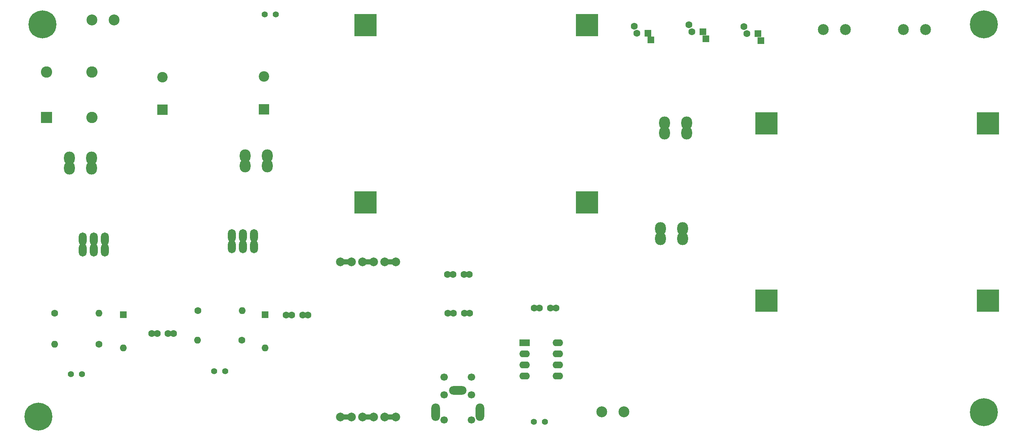
<source format=gbr>
%TF.GenerationSoftware,KiCad,Pcbnew,(6.0.11-0)*%
%TF.CreationDate,2023-02-08T21:31:18+08:00*%
%TF.ProjectId,EEEE2046_PCB_Template,45454545-3230-4343-965f-5043425f5465,rev?*%
%TF.SameCoordinates,Original*%
%TF.FileFunction,Soldermask,Bot*%
%TF.FilePolarity,Negative*%
%FSLAX46Y46*%
G04 Gerber Fmt 4.6, Leading zero omitted, Abs format (unit mm)*
G04 Created by KiCad (PCBNEW (6.0.11-0)) date 2023-02-08 21:31:18*
%MOMM*%
%LPD*%
G01*
G04 APERTURE LIST*
%ADD10R,2.540000X1.270000*%
%ADD11C,2.000000*%
%ADD12R,5.080000X5.080000*%
%ADD13C,0.800000*%
%ADD14C,6.400000*%
%ADD15C,1.600000*%
%ADD16O,1.600000X1.600000*%
%ADD17C,2.500000*%
%ADD18C,1.400000*%
%ADD19O,2.500000X3.000000*%
%ADD20R,2.400000X1.600000*%
%ADD21O,2.400000X1.600000*%
%ADD22R,1.600000X1.600000*%
%ADD23R,2.400000X2.400000*%
%ADD24C,2.400000*%
%ADD25O,1.800000X3.000000*%
%ADD26C,1.700000*%
%ADD27O,2.000000X4.000000*%
%ADD28O,4.000000X2.000000*%
%ADD29R,2.600000X2.600000*%
%ADD30C,2.600000*%
G04 APERTURE END LIST*
D10*
%TO.C,U15*%
X120180000Y-82120000D03*
D11*
X118910000Y-82120000D03*
X121450000Y-82120000D03*
X118910000Y-117680000D03*
X121450000Y-117680000D03*
D10*
X120180000Y-117680000D03*
D11*
X113830000Y-82120000D03*
D10*
X115100000Y-82120000D03*
D11*
X116370000Y-82120000D03*
X111290000Y-82120000D03*
X108750000Y-82120000D03*
D10*
X110020000Y-82120000D03*
D11*
X113830000Y-117680000D03*
D10*
X115100000Y-117680000D03*
D11*
X116370000Y-117680000D03*
D10*
X110020000Y-117680000D03*
D11*
X108750000Y-117680000D03*
X111290000Y-117680000D03*
%TD*%
D12*
%TO.C,U26*%
X114570000Y-27870000D03*
D11*
X115840000Y-26600000D03*
X115840000Y-29140000D03*
X113300000Y-29140000D03*
X113300000Y-26600000D03*
X113300000Y-69780000D03*
X113300000Y-67240000D03*
X115840000Y-67240000D03*
D12*
X114570000Y-68510000D03*
D11*
X115840000Y-69780000D03*
X166640000Y-26600000D03*
X164100000Y-29140000D03*
X164100000Y-26600000D03*
X166640000Y-29140000D03*
D12*
X165370000Y-27870000D03*
D11*
X164100000Y-67240000D03*
X166640000Y-67240000D03*
D12*
X165370000Y-68510000D03*
D11*
X166640000Y-69780000D03*
X164100000Y-69780000D03*
%TD*%
D13*
%TO.C,H2*%
X253922102Y-27722102D03*
X258019158Y-26025046D03*
X256322102Y-30122102D03*
D14*
X256322102Y-27722102D03*
D13*
X258722102Y-27722102D03*
X254625046Y-26025046D03*
X256322102Y-25322102D03*
X254625046Y-29419158D03*
X258019158Y-29419158D03*
%TD*%
D15*
%TO.C,U28*%
X53410200Y-101034600D03*
D16*
X43250200Y-101034600D03*
%TD*%
D17*
%TO.C,U45*%
X224600000Y-28850000D03*
X219520000Y-28850000D03*
%TD*%
%TO.C,U41*%
X168700000Y-116500000D03*
X173780000Y-116500000D03*
%TD*%
D18*
%TO.C,U3*%
X79820800Y-107232200D03*
X82360800Y-107232200D03*
%TD*%
D13*
%TO.C,H4*%
X256322102Y-114222102D03*
X256322102Y-119022102D03*
X254625046Y-114925046D03*
X253922102Y-116622102D03*
X258019158Y-114925046D03*
X254625046Y-118319158D03*
D14*
X256322102Y-116622102D03*
D13*
X258019158Y-118319158D03*
X258722102Y-116622102D03*
%TD*%
D19*
%TO.C,U33*%
X188200000Y-52586000D03*
X188200000Y-50300000D03*
X183120000Y-50300000D03*
X183120000Y-52586000D03*
%TD*%
D12*
%TO.C,U34*%
X257250000Y-91020000D03*
D11*
X255980000Y-51650000D03*
D12*
X257250000Y-50380000D03*
D11*
X258520000Y-51650000D03*
X258520000Y-49110000D03*
X255980000Y-89750000D03*
X258520000Y-89750000D03*
X258520000Y-92290000D03*
X255980000Y-92290000D03*
X255980000Y-49110000D03*
D12*
X206450000Y-50380000D03*
D11*
X207720000Y-51650000D03*
X205180000Y-51650000D03*
X207720000Y-49110000D03*
X205180000Y-49110000D03*
X207720000Y-89750000D03*
X207720000Y-92290000D03*
X205180000Y-89750000D03*
X205180000Y-92290000D03*
D12*
X206450000Y-91020000D03*
%TD*%
D14*
%TO.C,H3*%
X39500000Y-117600000D03*
D13*
X41197056Y-119297056D03*
X41900000Y-117600000D03*
X37100000Y-117600000D03*
X37802944Y-115902944D03*
X39500000Y-115200000D03*
X39500000Y-120000000D03*
X37802944Y-119297056D03*
X41197056Y-115902944D03*
%TD*%
D15*
%TO.C,U24*%
X76120000Y-93300000D03*
D16*
X86280000Y-93300000D03*
%TD*%
D20*
%TO.C,U5*%
X151000000Y-100700000D03*
D21*
X151000000Y-103240000D03*
X151000000Y-105780000D03*
X151000000Y-108320000D03*
X158620000Y-108320000D03*
X158620000Y-105780000D03*
X158620000Y-103240000D03*
X158620000Y-100700000D03*
%TD*%
D22*
%TO.C,U40*%
X204520708Y-29800000D03*
X205191645Y-31400000D03*
D15*
X202020708Y-29800000D03*
X201349771Y-28200000D03*
%TD*%
D23*
%TO.C,U11*%
X67945000Y-47292780D03*
D24*
X67945000Y-39792780D03*
%TD*%
D15*
%TO.C,U39*%
X138350000Y-85000000D03*
X137100000Y-85000000D03*
X133350000Y-85000000D03*
X134600000Y-85000000D03*
%TD*%
D19*
%TO.C,U31*%
X187240000Y-76835500D03*
X187240000Y-74549500D03*
X182160000Y-76835500D03*
X182160000Y-74549500D03*
%TD*%
D15*
%TO.C,U25*%
X43220000Y-93900000D03*
D16*
X53380000Y-93900000D03*
%TD*%
D22*
%TO.C,U21*%
X91500000Y-94290000D03*
D16*
X91500000Y-101910000D03*
%TD*%
D24*
%TO.C,U12*%
X91236800Y-39640380D03*
D23*
X91236800Y-47140380D03*
%TD*%
D22*
%TO.C,U36*%
X192570937Y-31000000D03*
X191900000Y-29400000D03*
D15*
X188729063Y-27800000D03*
X189400000Y-29400000D03*
%TD*%
D18*
%TO.C,U7*%
X46953200Y-107892600D03*
X49493200Y-107892600D03*
%TD*%
D22*
%TO.C,U38*%
X179970937Y-31300000D03*
X179300000Y-29700000D03*
D15*
X176129063Y-28100000D03*
X176800000Y-29700000D03*
%TD*%
%TO.C,U14*%
X154450000Y-92700000D03*
X153200000Y-92700000D03*
X158200000Y-92700000D03*
X156950000Y-92700000D03*
%TD*%
D25*
%TO.C,U16*%
X49676400Y-79409400D03*
X49676400Y-76869400D03*
X52216400Y-76869400D03*
X52216400Y-79409400D03*
X54756400Y-76869400D03*
X54756400Y-79409400D03*
%TD*%
D17*
%TO.C,U44*%
X242950000Y-28850000D03*
X237870000Y-28850000D03*
%TD*%
%TO.C,U43*%
X56906800Y-26703400D03*
X51826800Y-26703400D03*
%TD*%
D22*
%TO.C,U22*%
X58972800Y-94252800D03*
D16*
X58972800Y-101872800D03*
%TD*%
D15*
%TO.C,U37*%
X138450000Y-93900000D03*
X137200000Y-93900000D03*
X134700000Y-93900000D03*
X133450000Y-93900000D03*
%TD*%
D18*
%TO.C,U1*%
X155640000Y-118800000D03*
X153100000Y-118800000D03*
%TD*%
D26*
%TO.C,U42*%
X138850000Y-108600000D03*
X132550000Y-112600000D03*
X138850000Y-112600000D03*
X138850000Y-118400000D03*
X132550000Y-118400000D03*
D27*
X130600000Y-116600000D03*
D26*
X132550000Y-108600000D03*
D28*
X135700000Y-111600000D03*
D27*
X140800000Y-116600000D03*
%TD*%
D19*
%TO.C,U23*%
X51700000Y-60600000D03*
X51700000Y-58314000D03*
X46620000Y-58314000D03*
X46620000Y-60600000D03*
%TD*%
D29*
%TO.C,U6*%
X41400000Y-49050000D03*
D30*
X51800000Y-49050000D03*
X51800000Y-38650000D03*
X41400000Y-38650000D03*
%TD*%
D15*
%TO.C,U27*%
X86180000Y-100100000D03*
D16*
X76020000Y-100100000D03*
%TD*%
D19*
%TO.C,U17*%
X92000000Y-57864000D03*
X92000000Y-60150000D03*
X86920000Y-57864000D03*
X86920000Y-60150000D03*
%TD*%
D25*
%TO.C,U20*%
X83870000Y-76150000D03*
X83870000Y-78690000D03*
X86410000Y-78690000D03*
X86410000Y-76150000D03*
X88950000Y-76150000D03*
X88950000Y-78690000D03*
%TD*%
D18*
%TO.C,U9*%
X93950000Y-25400000D03*
X91410000Y-25400000D03*
%TD*%
D15*
%TO.C,U18*%
X96350800Y-94329000D03*
X97600800Y-94329000D03*
X100100800Y-94329000D03*
X101350800Y-94329000D03*
%TD*%
%TO.C,U19*%
X66750000Y-98600000D03*
X65500000Y-98600000D03*
X69250000Y-98600000D03*
X70500000Y-98600000D03*
%TD*%
D13*
%TO.C,H1*%
X40422102Y-30122102D03*
X42822102Y-27722102D03*
X38022102Y-27722102D03*
X38725046Y-29419158D03*
X38725046Y-26025046D03*
X42119158Y-26025046D03*
X40422102Y-25322102D03*
X42119158Y-29419158D03*
D14*
X40422102Y-27722102D03*
%TD*%
M02*

</source>
